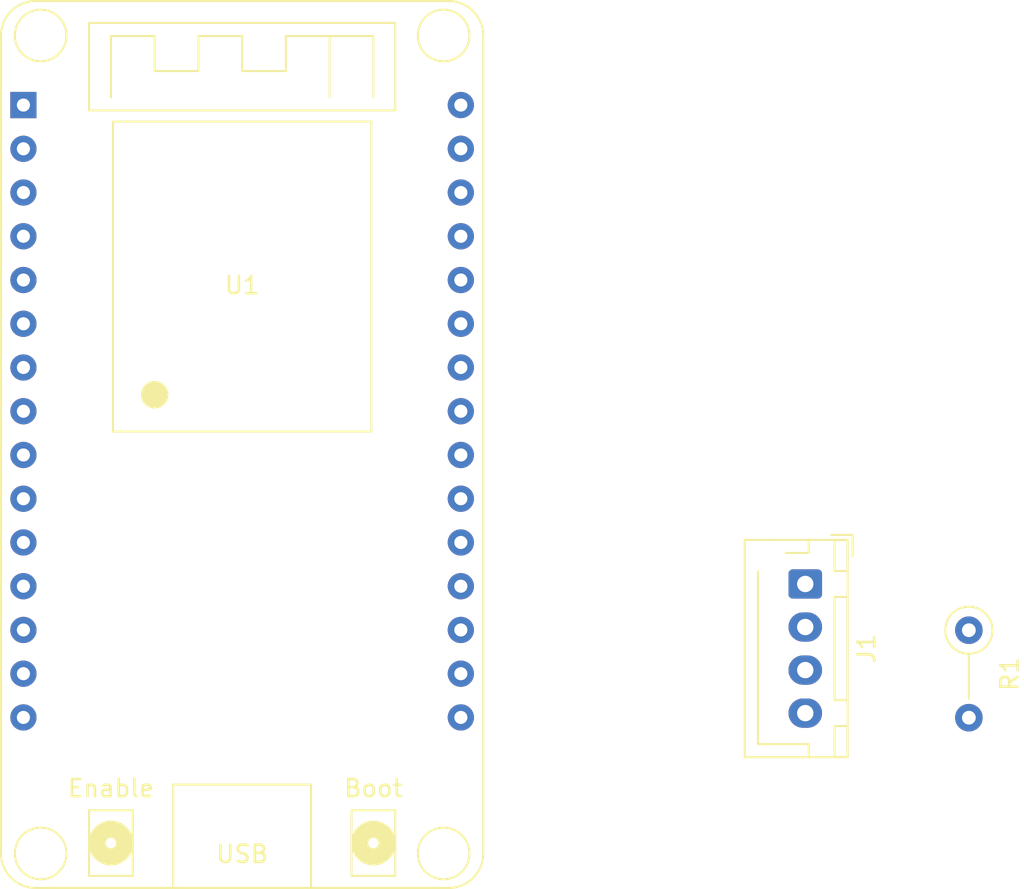
<source format=kicad_pcb>
(kicad_pcb (version 20240108) (generator "pcbnew") (generator_version "8.0")
  (layers (0 "F.Cu" signal) (31 "B.Cu" signal) (34 "B.Paste" user) (35 "F.Paste" user) (36 "B.SilkS" user "B.Silkscreen") (37 "F.SilkS" user "F.Silkscreen") (38 "B.Mask" user) (39 "F.Mask" user) (44 "Edge.Cuts" user))
  (net 0 "")
  (net 1 "Net-(J1-Pin_3)")
  (net 5 "Net-(J1-Pin_1)")
  (net 10 "Net-(J1-Pin_2)")
  (net 28 "Net-(J1-Pin_4)")
  (footprint "Connector_JST:JST_XH_B4B-XH-AM_1x04_P2.50mm_Vertical" (layer "F.Cu") (at 102 87.25 -90)
    (property "Reference" "J1" (at 3.75 -3.55 90) (layer "F.SilkS"))
    (property "Value" "Conn_01x04_Pin")
    (fp_line (start -2.56 3.51) (end 10.06 3.51) (stroke (width 0.12)) (layer "F.SilkS"))
    (fp_line (start 10.06 3.51) (end 10.06 -2.46) (stroke (width 0.12)) (layer "F.SilkS"))
    (fp_line (start 3.75 2.75) (end -0.74 2.75) (stroke (width 0.12)) (layer "F.SilkS"))
    (fp_line (start 9.3 2.75) (end 3.75 2.75) (stroke (width 0.12)) (layer "F.SilkS"))
    (fp_line (start -2.55 -0.2) (end -1.8 -0.2) (stroke (width 0.12)) (layer "F.SilkS"))
    (fp_line (start -1.8 -0.2) (end -1.8 1.14) (stroke (width 0.12)) (layer "F.SilkS"))
    (fp_line (start 9.3 -0.2) (end 9.3 2.75) (stroke (width 0.12)) (layer "F.SilkS"))
    (fp_line (start 10.05 -0.2) (end 9.3 -0.2) (stroke (width 0.12)) (layer "F.SilkS"))
    (fp_line (start -2.55 -1.7) (end -0.75 -1.7) (stroke (width 0.12)) (layer "F.SilkS"))
    (fp_line (start -0.75 -1.7) (end -0.75 -2.45) (stroke (width 0.12)) (layer "F.SilkS"))
    (fp_line (start 0.75 -1.7) (end 6.75 -1.7) (stroke (width 0.12)) (layer "F.SilkS"))
    (fp_line (start 6.75 -1.7) (end 6.75 -2.45) (stroke (width 0.12)) (layer "F.SilkS"))
    (fp_line (start 8.25 -1.7) (end 10.05 -1.7) (stroke (width 0.12)) (layer "F.SilkS"))
    (fp_line (start 10.05 -1.7) (end 10.05 -2.45) (stroke (width 0.12)) (layer "F.SilkS"))
    (fp_line (start -2.55 -2.45) (end -2.55 -1.7) (stroke (width 0.12)) (layer "F.SilkS"))
    (fp_line (start -0.75 -2.45) (end -2.55 -2.45) (stroke (width 0.12)) (layer "F.SilkS"))
    (fp_line (start 0.75 -2.45) (end 0.75 -1.7) (stroke (width 0.12)) (layer "F.SilkS"))
    (fp_line (start 6.75 -2.45) (end 0.75 -2.45) (stroke (width 0.12)) (layer "F.SilkS"))
    (fp_line (start 8.25 -2.45) (end 8.25 -1.7) (stroke (width 0.12)) (layer "F.SilkS"))
    (fp_line (start 10.05 -2.45) (end 8.25 -2.45) (stroke (width 0.12)) (layer "F.SilkS"))
    (fp_line (start -2.56 -2.46) (end -2.56 3.51) (stroke (width 0.12)) (layer "F.SilkS"))
    (fp_line (start 10.06 -2.46) (end -2.56 -2.46) (stroke (width 0.12)) (layer "F.SilkS"))
    (fp_line (start -2.85 -2.75) (end -2.85 -1.5) (stroke (width 0.12)) (layer "F.SilkS"))
    (fp_line (start -1.6 -2.75) (end -2.85 -2.75) (stroke (width 0.12)) (layer "F.SilkS"))
    (pad "" np_thru_hole circle (at -1.6 2 270) (size 1.2 1.2) (drill 1.2) (layers "*.Cu" "*.Mask"))
    (pad "1" thru_hole roundrect (at 0 0 270) (size 1.7 1.95) (drill 0.95) (layers "*.Cu" "*.Mask") (roundrect_rratio 0.147059) (net 5 "Net-(J1-Pin_1)"))
    (pad "2" thru_hole oval (at 2.5 0 270) (size 1.7 1.95) (drill 0.95) (layers "*.Cu" "*.Mask") (net 10 "Net-(J1-Pin_2)"))
    (pad "3" thru_hole oval (at 5 0 270) (size 1.7 1.95) (drill 0.95) (layers "*.Cu" "*.Mask") (net 1 "Net-(J1-Pin_3)"))
    (pad "4" thru_hole oval (at 7.5 0 270) (size 1.7 1.95) (drill 0.95) (layers "*.Cu" "*.Mask") (net 28 "Net-(J1-Pin_4)"))
  )
  (footprint "Resistor_THT:R_Axial_DIN0207_L6.3mm_D2.5mm_P5.08mm_Vertical" (layer "F.Cu") (at 111.5 89.935 -90)
    (property "Reference" "R1" (at 2.54 -2.37 90) (layer "F.SilkS"))
    (property "Value" "R")
    (fp_line (start 1.37 0) (end 3.98 0) (stroke (width 0.12)) (layer "F.SilkS"))
    (fp_circle (center 0 0) (end 1.37 0) (stroke (width 0.12)) (fill none) (layer "F.SilkS"))
    (pad "1" thru_hole circle (at 0 0 270) (size 1.6 1.6) (drill 0.8) (layers "*.Cu" "*.Mask") (net 10 "Net-(J1-Pin_2)"))
    (pad "2" thru_hole oval (at 5.08 0 270) (size 1.6 1.6) (drill 0.8) (layers "*.Cu" "*.Mask") (net 28 "Net-(J1-Pin_4)"))
  )
  (footprint "ESP32_DevKit_V1_DOIT:esp32_devkit_v1_doit" (layer "F.Cu") (at 69.3 59.44)
    (property "Reference" "U1" (at 0 10.47 0) (layer "F.SilkS"))
    (property "Value" "ESP32_DevKit_V1_DOIT")
    (fp_line (start -14 -4.04) (end -14 43.46) (stroke (width 0.12)) (layer "F.SilkS"))
    (fp_line (start -12 -6.04) (end 12 -6.04) (stroke (width 0.12)) (layer "F.SilkS"))
    (fp_line (start -12 45.46) (end 12 45.46) (stroke (width 0.12)) (layer "F.SilkS"))
    (fp_line (start -8.89 -4.77) (end 8.89 -4.77) (stroke (width 0.12)) (layer "F.SilkS"))
    (fp_line (start -8.89 0.31) (end -8.89 -4.77) (stroke (width 0.12)) (layer "F.SilkS"))
    (fp_line (start -8.89 40.95) (end -6.35 40.95) (stroke (width 0.12)) (layer "F.SilkS"))
    (fp_line (start -8.89 44.76) (end -8.89 40.95) (stroke (width 0.12)) (layer "F.SilkS"))
    (fp_line (start -7.62 -4.008) (end -5.08 -4.008) (stroke (width 0.12)) (layer "F.SilkS"))
    (fp_line (start -7.62 -0.452) (end -7.62 -4.008) (stroke (width 0.12)) (layer "F.SilkS"))
    (fp_line (start -7.5 0.96) (end 7.5 0.96) (stroke (width 0.12)) (layer "F.SilkS"))
    (fp_line (start -7.5 18.96) (end -7.5 0.96) (stroke (width 0.12)) (layer "F.SilkS"))
    (fp_line (start -6.35 40.95) (end -6.35 44.76) (stroke (width 0.12)) (layer "F.SilkS"))
    (fp_line (start -6.35 44.76) (end -8.89 44.76) (stroke (width 0.12)) (layer "F.SilkS"))
    (fp_line (start -5.08 -4.008) (end -5.08 -1.976) (stroke (width 0.12)) (layer "F.SilkS"))
    (fp_line (start -5.08 -1.976) (end -2.54 -1.976) (stroke (width 0.12)) (layer "F.SilkS"))
    (fp_line (start -4 39.46) (end -4 45.46) (stroke (width 0.12)) (layer "F.SilkS"))
    (fp_line (start -4 39.46) (end 4 39.46) (stroke (width 0.12)) (layer "F.SilkS"))
    (fp_line (start -2.54 -4.008) (end 0 -4.008) (stroke (width 0.12)) (layer "F.SilkS"))
    (fp_line (start -2.54 -1.976) (end -2.54 -4.008) (stroke (width 0.12)) (layer "F.SilkS"))
    (fp_line (start 0 -4.008) (end 0 -1.976) (stroke (width 0.12)) (layer "F.SilkS"))
    (fp_line (start 0 -1.976) (end 2.54 -1.976) (stroke (width 0.12)) (layer "F.SilkS"))
    (fp_line (start 2.54 -4.008) (end 7.62 -4.008) (stroke (width 0.12)) (layer "F.SilkS"))
    (fp_line (start 2.54 -1.976) (end 2.54 -4.008) (stroke (width 0.12)) (layer "F.SilkS"))
    (fp_line (start 4 39.46) (end 4 45.46) (stroke (width 0.12)) (layer "F.SilkS"))
    (fp_line (start 5.08 -4.008) (end 5.08 -0.452) (stroke (width 0.12)) (layer "F.SilkS"))
    (fp_line (start 6.35 40.95) (end 8.89 40.95) (stroke (width 0.12)) (layer "F.SilkS"))
    (fp_line (start 6.35 44.76) (end 6.35 40.95) (stroke (width 0.12)) (layer "F.SilkS"))
    (fp_line (start 7.5 0.96) (end 7.5 18.96) (stroke (width 0.12)) (layer "F.SilkS"))
    (fp_line (start 7.5 18.96) (end -7.5 18.96) (stroke (width 0.12)) (layer "F.SilkS"))
    (fp_line (start 7.62 -4.008) (end 7.62 -0.452) (stroke (width 0.12)) (layer "F.SilkS"))
    (fp_line (start 8.89 -4.77) (end 8.89 0.31) (stroke (width 0.12)) (layer "F.SilkS"))
    (fp_line (start 8.89 0.31) (end -8.89 0.31) (stroke (width 0.12)) (layer "F.SilkS"))
    (fp_line (start 8.89 40.95) (end 8.89 44.76) (stroke (width 0.12)) (layer "F.SilkS"))
    (fp_line (start 8.89 44.76) (end 6.35 44.76) (stroke (width 0.12)) (layer "F.SilkS"))
    (fp_line (start 14 43.46) (end 14 -4.04) (stroke (width 0.12)) (layer "F.SilkS"))
    (fp_arc (start -14 -4.04) (mid -13.414214 -5.454214) (end -12 -6.04) (stroke (width 0.12)) (layer "F.SilkS"))
    (fp_arc (start -12 45.46) (mid -13.414214 44.874214) (end -14 43.46) (stroke (width 0.12)) (layer "F.SilkS"))
    (fp_arc (start 12 -6.04) (mid 13.414214 -5.454214) (end 14 -4.04) (stroke (width 0.12)) (layer "F.SilkS"))
    (fp_arc (start 14 43.46) (mid 13.414214 44.874214) (end 12 45.46) (stroke (width 0.12)) (layer "F.SilkS"))
    (fp_circle (center -11.7 -4.04) (end -10.2 -4.04) (stroke (width 0.12)) (fill none) (layer "F.SilkS"))
    (fp_circle (center -11.7 43.46) (end -10.2 43.46) (stroke (width 0.12)) (fill none) (layer "F.SilkS"))
    (fp_circle (center -7.62 42.855) (end -7.32 42.855) (stroke (width 1)) (fill none) (layer "F.SilkS"))
    (fp_circle (center -5.08 16.82) (end -4.68 16.82) (stroke (width 0.8)) (fill none) (layer "F.SilkS"))
    (fp_circle (center 7.62 42.855) (end 7.92 42.855) (stroke (width 1)) (fill none) (layer "F.SilkS"))
    (fp_circle (center 11.7 -4.04) (end 13.2 -4.04) (stroke (width 0.12)) (fill none) (layer "F.SilkS"))
    (fp_circle (center 11.7 43.46) (end 13.2 43.46) (stroke (width 0.12)) (fill none) (layer "F.SilkS"))
    (fp_text user "Boot" (at 7.62 39.68 0) (layer "F.SilkS"))
    (fp_text user "Enable" (at -7.62 39.68 0) (layer "F.SilkS"))
    (fp_text user "USB" (at 0 43.49 0) (layer "F.SilkS"))
    (pad "1" thru_hole rect (at -12.7 0) (size 1.524 1.524) (drill 0.762) (layers "*.Cu" "*.Mask"))
    (pad "2" thru_hole circle (at -12.7 2.54) (size 1.524 1.524) (drill 0.762) (layers "*.Cu" "*.Mask"))
    (pad "3" thru_hole circle (at -12.7 5.08) (size 1.524 1.524) (drill 0.762) (layers "*.Cu" "*.Mask"))
    (pad "4" thru_hole circle (at -12.7 7.62) (size 1.524 1.524) (drill 0.762) (layers "*.Cu" "*.Mask"))
    (pad "5" thru_hole circle (at -12.7 10.16) (size 1.524 1.524) (drill 0.762) (layers "*.Cu" "*.Mask"))
    (pad "6" thru_hole circle (at -12.7 12.7) (size 1.524 1.524) (drill 0.762) (layers "*.Cu" "*.Mask"))
    (pad "7" thru_hole circle (at -12.7 15.24) (size 1.524 1.524) (drill 0.762) (layers "*.Cu" "*.Mask"))
    (pad "8" thru_hole circle (at -12.7 17.78) (size 1.524 1.524) (drill 0.762) (layers "*.Cu" "*.Mask"))
    (pad "9" thru_hole circle (at -12.7 20.32) (size 1.524 1.524) (drill 0.762) (layers "*.Cu" "*.Mask"))
    (pad "10" thru_hole circle (at -12.7 22.86) (size 1.524 1.524) (drill 0.762) (layers "*.Cu" "*.Mask"))
    (pad "11" thru_hole circle (at -12.7 25.4) (size 1.524 1.524) (drill 0.762) (layers "*.Cu" "*.Mask"))
    (pad "12" thru_hole circle (at -12.7 27.94) (size 1.524 1.524) (drill 0.762) (layers "*.Cu" "*.Mask"))
    (pad "13" thru_hole circle (at -12.7 30.48) (size 1.524 1.524) (drill 0.762) (layers "*.Cu" "*.Mask"))
    (pad "14" thru_hole circle (at -12.7 33.02) (size 1.524 1.524) (drill 0.762) (layers "*.Cu" "*.Mask"))
    (pad "15" thru_hole circle (at -12.7 35.56) (size 1.524 1.524) (drill 0.762) (layers "*.Cu" "*.Mask"))
    (pad "16" thru_hole circle (at 12.7 35.56) (size 1.524 1.524) (drill 0.762) (layers "*.Cu" "*.Mask") (net 28 "Net-(J1-Pin_4)"))
    (pad "17" thru_hole circle (at 12.7 33.02) (size 1.524 1.524) (drill 0.762) (layers "*.Cu" "*.Mask") (net 1 "Net-(J1-Pin_3)"))
    (pad "18" thru_hole circle (at 12.7 30.48) (size 1.524 1.524) (drill 0.762) (layers "*.Cu" "*.Mask") (net 10 "Net-(J1-Pin_2)"))
    (pad "19" thru_hole circle (at 12.7 27.94) (size 1.524 1.524) (drill 0.762) (layers "*.Cu" "*.Mask") (net 5 "Net-(J1-Pin_1)"))
    (pad "20" thru_hole circle (at 12.7 25.4) (size 1.524 1.524) (drill 0.762) (layers "*.Cu" "*.Mask"))
    (pad "21" thru_hole circle (at 12.7 22.86) (size 1.524 1.524) (drill 0.762) (layers "*.Cu" "*.Mask"))
    (pad "22" thru_hole circle (at 12.7 20.32) (size 1.524 1.524) (drill 0.762) (layers "*.Cu" "*.Mask"))
    (pad "23" thru_hole circle (at 12.7 17.78) (size 1.524 1.524) (drill 0.762) (layers "*.Cu" "*.Mask"))
    (pad "24" thru_hole circle (at 12.7 15.24) (size 1.524 1.524) (drill 0.762) (layers "*.Cu" "*.Mask"))
    (pad "25" thru_hole circle (at 12.7 12.7) (size 1.524 1.524) (drill 0.762) (layers "*.Cu" "*.Mask"))
    (pad "26" thru_hole circle (at 12.7 10.16) (size 1.524 1.524) (drill 0.762) (layers "*.Cu" "*.Mask"))
    (pad "27" thru_hole circle (at 12.7 7.62) (size 1.524 1.524) (drill 0.762) (layers "*.Cu" "*.Mask"))
    (pad "28" thru_hole circle (at 12.7 5.08) (size 1.524 1.524) (drill 0.762) (layers "*.Cu" "*.Mask"))
    (pad "29" thru_hole circle (at 12.7 2.54) (size 1.524 1.524) (drill 0.762) (layers "*.Cu" "*.Mask"))
    (pad "30" thru_hole circle (at 12.7 0) (size 1.524 1.524) (drill 0.762) (layers "*.Cu" "*.Mask"))
  )
)
</source>
